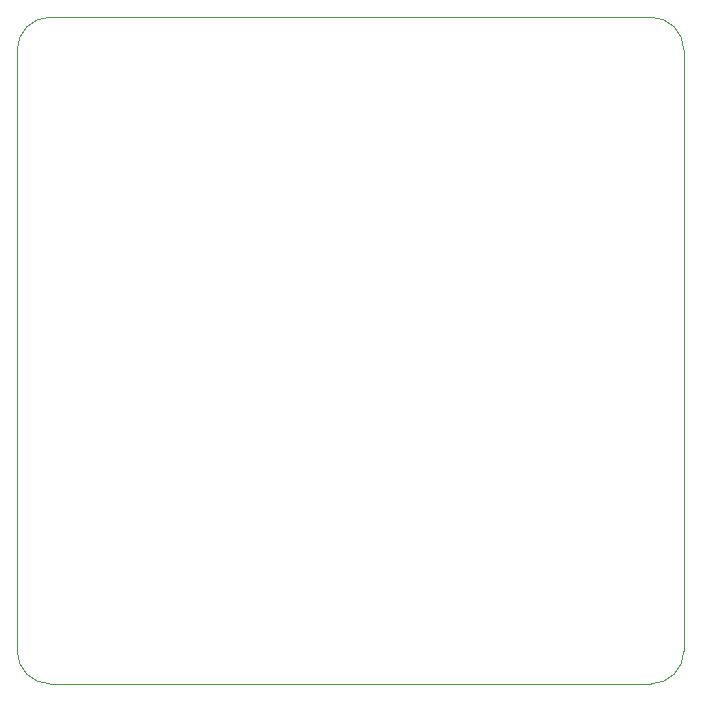
<source format=gko>
G04 Layer_Color=16711935*
%FSLAX43Y43*%
%MOMM*%
G71*
G01*
G75*
%ADD47C,0.100*%
D47*
X2788Y56501D02*
G03*
X37Y53750I0J-2751D01*
G01*
X56462D02*
G03*
X53711Y56501I-2751J0D01*
G01*
X53711Y75D02*
G03*
X56462Y2826I0J2751D01*
G01*
X37Y2826D02*
G03*
X2788Y75I2751J0D01*
G01*
X2788Y56501D02*
X53711Y56500D01*
X56462Y53750D02*
X56462Y2826D01*
X2788Y75D02*
X53711Y75D01*
X38Y2826D02*
Y53750D01*
M02*

</source>
